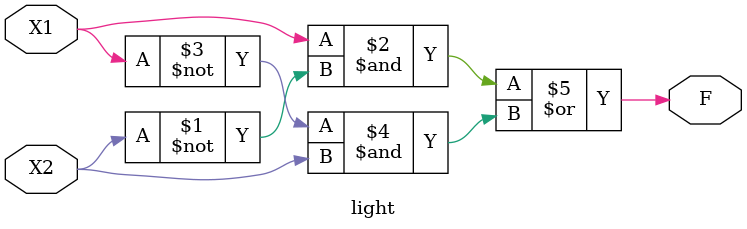
<source format=v>
module light (
    output F,
    input X1, X2
);
    assign F = (X1 & ~X2)|(~X1 & X2);
    
endmodule
</source>
